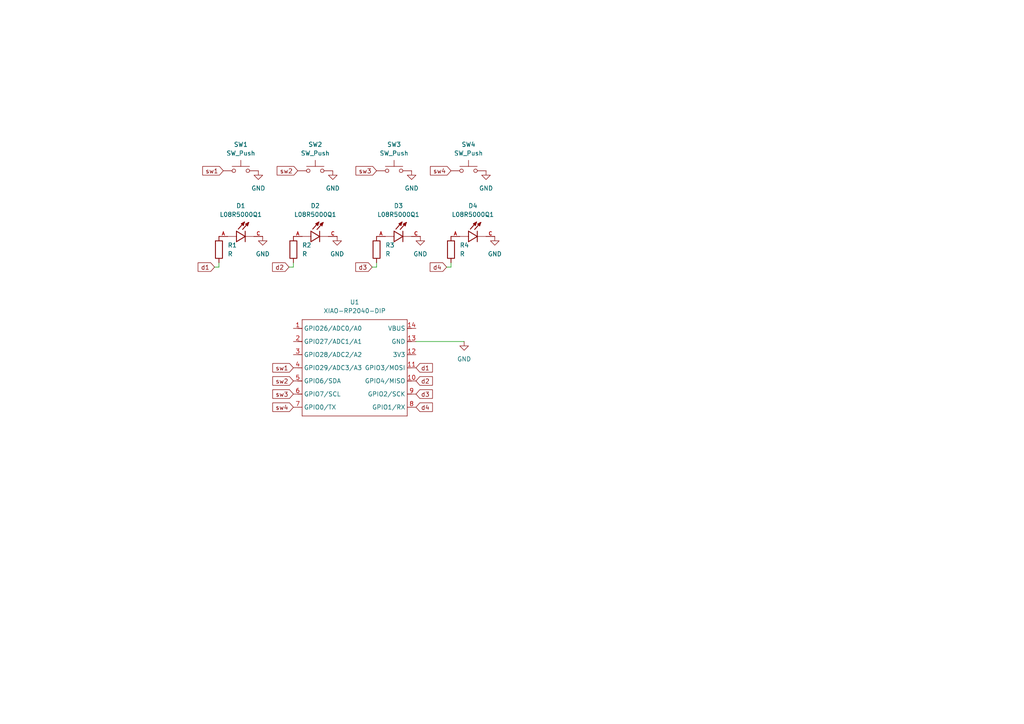
<source format=kicad_sch>
(kicad_sch
	(version 20250114)
	(generator "eeschema")
	(generator_version "9.0")
	(uuid "8a8c45ec-8710-49a5-9b71-97c5039cd702")
	(paper "A4")
	(lib_symbols
		(symbol "Device:R"
			(pin_numbers
				(hide yes)
			)
			(pin_names
				(offset 0)
			)
			(exclude_from_sim no)
			(in_bom yes)
			(on_board yes)
			(property "Reference" "R"
				(at 2.032 0 90)
				(effects
					(font
						(size 1.27 1.27)
					)
				)
			)
			(property "Value" "R"
				(at 0 0 90)
				(effects
					(font
						(size 1.27 1.27)
					)
				)
			)
			(property "Footprint" ""
				(at -1.778 0 90)
				(effects
					(font
						(size 1.27 1.27)
					)
					(hide yes)
				)
			)
			(property "Datasheet" "~"
				(at 0 0 0)
				(effects
					(font
						(size 1.27 1.27)
					)
					(hide yes)
				)
			)
			(property "Description" "Resistor"
				(at 0 0 0)
				(effects
					(font
						(size 1.27 1.27)
					)
					(hide yes)
				)
			)
			(property "ki_keywords" "R res resistor"
				(at 0 0 0)
				(effects
					(font
						(size 1.27 1.27)
					)
					(hide yes)
				)
			)
			(property "ki_fp_filters" "R_*"
				(at 0 0 0)
				(effects
					(font
						(size 1.27 1.27)
					)
					(hide yes)
				)
			)
			(symbol "R_0_1"
				(rectangle
					(start -1.016 -2.54)
					(end 1.016 2.54)
					(stroke
						(width 0.254)
						(type default)
					)
					(fill
						(type none)
					)
				)
			)
			(symbol "R_1_1"
				(pin passive line
					(at 0 3.81 270)
					(length 1.27)
					(name "~"
						(effects
							(font
								(size 1.27 1.27)
							)
						)
					)
					(number "1"
						(effects
							(font
								(size 1.27 1.27)
							)
						)
					)
				)
				(pin passive line
					(at 0 -3.81 90)
					(length 1.27)
					(name "~"
						(effects
							(font
								(size 1.27 1.27)
							)
						)
					)
					(number "2"
						(effects
							(font
								(size 1.27 1.27)
							)
						)
					)
				)
			)
			(embedded_fonts no)
		)
		(symbol "L08R5000Q1:L08R5000Q1"
			(pin_names
				(offset 1.016)
			)
			(exclude_from_sim no)
			(in_bom yes)
			(on_board yes)
			(property "Reference" "D"
				(at -3.0988 4.4958 0)
				(effects
					(font
						(size 1.27 1.27)
					)
					(justify left bottom)
				)
			)
			(property "Value" "L08R5000Q1"
				(at -3.556 -3.302 0)
				(effects
					(font
						(size 1.27 1.27)
					)
					(justify left bottom)
				)
			)
			(property "Footprint" "L08R5000Q1:LEDRD254W57D500H1070"
				(at 0 0 0)
				(effects
					(font
						(size 1.27 1.27)
					)
					(justify bottom)
					(hide yes)
				)
			)
			(property "Datasheet" ""
				(at 0 0 0)
				(effects
					(font
						(size 1.27 1.27)
					)
					(hide yes)
				)
			)
			(property "Description" ""
				(at 0 0 0)
				(effects
					(font
						(size 1.27 1.27)
					)
					(hide yes)
				)
			)
			(property "MF" "LED Technology"
				(at 0 0 0)
				(effects
					(font
						(size 1.27 1.27)
					)
					(justify bottom)
					(hide yes)
				)
			)
			(property "MAXIMUM_PACKAGE_HEIGHT" "10.7mm"
				(at 0 0 0)
				(effects
					(font
						(size 1.27 1.27)
					)
					(justify bottom)
					(hide yes)
				)
			)
			(property "Package" "None"
				(at 0 0 0)
				(effects
					(font
						(size 1.27 1.27)
					)
					(justify bottom)
					(hide yes)
				)
			)
			(property "Price" "None"
				(at 0 0 0)
				(effects
					(font
						(size 1.27 1.27)
					)
					(justify bottom)
					(hide yes)
				)
			)
			(property "Check_prices" "https://www.snapeda.com/parts/L08R5000Q1/LED+Technology/view-part/?ref=eda"
				(at 0 0 0)
				(effects
					(font
						(size 1.27 1.27)
					)
					(justify bottom)
					(hide yes)
				)
			)
			(property "STANDARD" "IPC-7351B"
				(at 0 0 0)
				(effects
					(font
						(size 1.27 1.27)
					)
					(justify bottom)
					(hide yes)
				)
			)
			(property "PARTREV" "NA"
				(at 0 0 0)
				(effects
					(font
						(size 1.27 1.27)
					)
					(justify bottom)
					(hide yes)
				)
			)
			(property "SnapEDA_Link" "https://www.snapeda.com/parts/L08R5000Q1/LED+Technology/view-part/?ref=snap"
				(at 0 0 0)
				(effects
					(font
						(size 1.27 1.27)
					)
					(justify bottom)
					(hide yes)
				)
			)
			(property "MP" "L08R5000Q1"
				(at 0 0 0)
				(effects
					(font
						(size 1.27 1.27)
					)
					(justify bottom)
					(hide yes)
				)
			)
			(property "Description_1" "LED, 5MM, ORANGE; LED / Lamp Size: 5mm / T-1 3/4; LED Colour: Orange; Typ Luminous Intensity: 4.3mcd; Viewing Angle: ..."
				(at 0 0 0)
				(effects
					(font
						(size 1.27 1.27)
					)
					(justify bottom)
					(hide yes)
				)
			)
			(property "Availability" "Not in stock"
				(at 0 0 0)
				(effects
					(font
						(size 1.27 1.27)
					)
					(justify bottom)
					(hide yes)
				)
			)
			(property "MANUFACTURER" "LED TECHNOLOGY"
				(at 0 0 0)
				(effects
					(font
						(size 1.27 1.27)
					)
					(justify bottom)
					(hide yes)
				)
			)
			(symbol "L08R5000Q1_0_0"
				(polyline
					(pts
						(xy -2.54 1.524) (xy -2.54 0)
					)
					(stroke
						(width 0.254)
						(type default)
					)
					(fill
						(type none)
					)
				)
				(polyline
					(pts
						(xy -2.54 0) (xy -5.08 0)
					)
					(stroke
						(width 0.1524)
						(type default)
					)
					(fill
						(type none)
					)
				)
				(polyline
					(pts
						(xy -2.54 0) (xy -2.54 -1.524)
					)
					(stroke
						(width 0.254)
						(type default)
					)
					(fill
						(type none)
					)
				)
				(polyline
					(pts
						(xy -2.54 -1.524) (xy 0 0)
					)
					(stroke
						(width 0.254)
						(type default)
					)
					(fill
						(type none)
					)
				)
				(polyline
					(pts
						(xy -1.1176 3.683) (xy -0.2286 4.1656)
					)
					(stroke
						(width 0.254)
						(type default)
					)
					(fill
						(type none)
					)
				)
				(polyline
					(pts
						(xy -0.9398 3.6068) (xy -0.7112 3.7592)
					)
					(stroke
						(width 0.254)
						(type default)
					)
					(fill
						(type none)
					)
				)
				(polyline
					(pts
						(xy -0.5588 3.2004) (xy -1.1176 3.683)
					)
					(stroke
						(width 0.254)
						(type default)
					)
					(fill
						(type none)
					)
				)
				(polyline
					(pts
						(xy -0.5588 3.2004) (xy -0.5334 3.937)
					)
					(stroke
						(width 0.254)
						(type default)
					)
					(fill
						(type none)
					)
				)
				(polyline
					(pts
						(xy -0.5334 3.937) (xy -0.6604 3.937)
					)
					(stroke
						(width 0.254)
						(type default)
					)
					(fill
						(type none)
					)
				)
				(polyline
					(pts
						(xy -0.2286 4.1656) (xy -2.0066 2.1336)
					)
					(stroke
						(width 0.254)
						(type default)
					)
					(fill
						(type none)
					)
				)
				(polyline
					(pts
						(xy -0.2286 4.1656) (xy -0.5588 3.2004)
					)
					(stroke
						(width 0.254)
						(type default)
					)
					(fill
						(type none)
					)
				)
				(polyline
					(pts
						(xy 0 1.524) (xy 0 0)
					)
					(stroke
						(width 0.254)
						(type default)
					)
					(fill
						(type none)
					)
				)
				(polyline
					(pts
						(xy 0 0) (xy -2.54 1.524)
					)
					(stroke
						(width 0.254)
						(type default)
					)
					(fill
						(type none)
					)
				)
				(polyline
					(pts
						(xy 0 0) (xy 0 -1.524)
					)
					(stroke
						(width 0.254)
						(type default)
					)
					(fill
						(type none)
					)
				)
				(polyline
					(pts
						(xy 0.127 3.5814) (xy 1.016 4.064)
					)
					(stroke
						(width 0.254)
						(type default)
					)
					(fill
						(type none)
					)
				)
				(polyline
					(pts
						(xy 0.3048 3.5052) (xy 0.5334 3.6576)
					)
					(stroke
						(width 0.254)
						(type default)
					)
					(fill
						(type none)
					)
				)
				(polyline
					(pts
						(xy 0.6858 3.0988) (xy 0.127 3.5814)
					)
					(stroke
						(width 0.254)
						(type default)
					)
					(fill
						(type none)
					)
				)
				(polyline
					(pts
						(xy 0.6858 3.0988) (xy 0.7112 3.8354)
					)
					(stroke
						(width 0.254)
						(type default)
					)
					(fill
						(type none)
					)
				)
				(polyline
					(pts
						(xy 0.7112 3.8354) (xy 0.5842 3.8354)
					)
					(stroke
						(width 0.254)
						(type default)
					)
					(fill
						(type none)
					)
				)
				(polyline
					(pts
						(xy 1.016 4.064) (xy -0.762 2.032)
					)
					(stroke
						(width 0.254)
						(type default)
					)
					(fill
						(type none)
					)
				)
				(polyline
					(pts
						(xy 1.016 4.064) (xy 0.6858 3.0988)
					)
					(stroke
						(width 0.254)
						(type default)
					)
					(fill
						(type none)
					)
				)
				(polyline
					(pts
						(xy 2.54 0) (xy 0 0)
					)
					(stroke
						(width 0.1524)
						(type default)
					)
					(fill
						(type none)
					)
				)
				(pin passive line
					(at -7.62 0 0)
					(length 2.54)
					(name "~"
						(effects
							(font
								(size 1.016 1.016)
							)
						)
					)
					(number "A"
						(effects
							(font
								(size 1.016 1.016)
							)
						)
					)
				)
				(pin passive line
					(at 5.08 0 180)
					(length 2.54)
					(name "~"
						(effects
							(font
								(size 1.016 1.016)
							)
						)
					)
					(number "C"
						(effects
							(font
								(size 1.016 1.016)
							)
						)
					)
				)
			)
			(embedded_fonts no)
		)
		(symbol "Seeed_Studio_XIAO_Series:XIAO-RP2040-DIP"
			(exclude_from_sim no)
			(in_bom yes)
			(on_board yes)
			(property "Reference" "U"
				(at 0 0 0)
				(effects
					(font
						(size 1.27 1.27)
					)
				)
			)
			(property "Value" "XIAO-RP2040-DIP"
				(at 5.334 -1.778 0)
				(effects
					(font
						(size 1.27 1.27)
					)
				)
			)
			(property "Footprint" "Module:MOUDLE14P-XIAO-DIP-SMD"
				(at 14.478 -32.258 0)
				(effects
					(font
						(size 1.27 1.27)
					)
					(hide yes)
				)
			)
			(property "Datasheet" ""
				(at 0 0 0)
				(effects
					(font
						(size 1.27 1.27)
					)
					(hide yes)
				)
			)
			(property "Description" ""
				(at 0 0 0)
				(effects
					(font
						(size 1.27 1.27)
					)
					(hide yes)
				)
			)
			(symbol "XIAO-RP2040-DIP_1_0"
				(polyline
					(pts
						(xy -1.27 -2.54) (xy 29.21 -2.54)
					)
					(stroke
						(width 0.1524)
						(type solid)
					)
					(fill
						(type none)
					)
				)
				(polyline
					(pts
						(xy -1.27 -5.08) (xy -2.54 -5.08)
					)
					(stroke
						(width 0.1524)
						(type solid)
					)
					(fill
						(type none)
					)
				)
				(polyline
					(pts
						(xy -1.27 -5.08) (xy -1.27 -2.54)
					)
					(stroke
						(width 0.1524)
						(type solid)
					)
					(fill
						(type none)
					)
				)
				(polyline
					(pts
						(xy -1.27 -8.89) (xy -2.54 -8.89)
					)
					(stroke
						(width 0.1524)
						(type solid)
					)
					(fill
						(type none)
					)
				)
				(polyline
					(pts
						(xy -1.27 -8.89) (xy -1.27 -5.08)
					)
					(stroke
						(width 0.1524)
						(type solid)
					)
					(fill
						(type none)
					)
				)
				(polyline
					(pts
						(xy -1.27 -12.7) (xy -2.54 -12.7)
					)
					(stroke
						(width 0.1524)
						(type solid)
					)
					(fill
						(type none)
					)
				)
				(polyline
					(pts
						(xy -1.27 -12.7) (xy -1.27 -8.89)
					)
					(stroke
						(width 0.1524)
						(type solid)
					)
					(fill
						(type none)
					)
				)
				(polyline
					(pts
						(xy -1.27 -16.51) (xy -2.54 -16.51)
					)
					(stroke
						(width 0.1524)
						(type solid)
					)
					(fill
						(type none)
					)
				)
				(polyline
					(pts
						(xy -1.27 -16.51) (xy -1.27 -12.7)
					)
					(stroke
						(width 0.1524)
						(type solid)
					)
					(fill
						(type none)
					)
				)
				(polyline
					(pts
						(xy -1.27 -20.32) (xy -2.54 -20.32)
					)
					(stroke
						(width 0.1524)
						(type solid)
					)
					(fill
						(type none)
					)
				)
				(polyline
					(pts
						(xy -1.27 -24.13) (xy -2.54 -24.13)
					)
					(stroke
						(width 0.1524)
						(type solid)
					)
					(fill
						(type none)
					)
				)
				(polyline
					(pts
						(xy -1.27 -27.94) (xy -2.54 -27.94)
					)
					(stroke
						(width 0.1524)
						(type solid)
					)
					(fill
						(type none)
					)
				)
				(polyline
					(pts
						(xy -1.27 -30.48) (xy -1.27 -16.51)
					)
					(stroke
						(width 0.1524)
						(type solid)
					)
					(fill
						(type none)
					)
				)
				(polyline
					(pts
						(xy 29.21 -2.54) (xy 29.21 -5.08)
					)
					(stroke
						(width 0.1524)
						(type solid)
					)
					(fill
						(type none)
					)
				)
				(polyline
					(pts
						(xy 29.21 -5.08) (xy 29.21 -8.89)
					)
					(stroke
						(width 0.1524)
						(type solid)
					)
					(fill
						(type none)
					)
				)
				(polyline
					(pts
						(xy 29.21 -8.89) (xy 29.21 -12.7)
					)
					(stroke
						(width 0.1524)
						(type solid)
					)
					(fill
						(type none)
					)
				)
				(polyline
					(pts
						(xy 29.21 -12.7) (xy 29.21 -30.48)
					)
					(stroke
						(width 0.1524)
						(type solid)
					)
					(fill
						(type none)
					)
				)
				(polyline
					(pts
						(xy 29.21 -30.48) (xy -1.27 -30.48)
					)
					(stroke
						(width 0.1524)
						(type solid)
					)
					(fill
						(type none)
					)
				)
				(polyline
					(pts
						(xy 30.48 -5.08) (xy 29.21 -5.08)
					)
					(stroke
						(width 0.1524)
						(type solid)
					)
					(fill
						(type none)
					)
				)
				(polyline
					(pts
						(xy 30.48 -8.89) (xy 29.21 -8.89)
					)
					(stroke
						(width 0.1524)
						(type solid)
					)
					(fill
						(type none)
					)
				)
				(polyline
					(pts
						(xy 30.48 -12.7) (xy 29.21 -12.7)
					)
					(stroke
						(width 0.1524)
						(type solid)
					)
					(fill
						(type none)
					)
				)
				(polyline
					(pts
						(xy 30.48 -16.51) (xy 29.21 -16.51)
					)
					(stroke
						(width 0.1524)
						(type solid)
					)
					(fill
						(type none)
					)
				)
				(polyline
					(pts
						(xy 30.48 -20.32) (xy 29.21 -20.32)
					)
					(stroke
						(width 0.1524)
						(type solid)
					)
					(fill
						(type none)
					)
				)
				(polyline
					(pts
						(xy 30.48 -24.13) (xy 29.21 -24.13)
					)
					(stroke
						(width 0.1524)
						(type solid)
					)
					(fill
						(type none)
					)
				)
				(polyline
					(pts
						(xy 30.48 -27.94) (xy 29.21 -27.94)
					)
					(stroke
						(width 0.1524)
						(type solid)
					)
					(fill
						(type none)
					)
				)
				(pin passive line
					(at -3.81 -5.08 0)
					(length 2.54)
					(name "GPIO26/ADC0/A0"
						(effects
							(font
								(size 1.27 1.27)
							)
						)
					)
					(number "1"
						(effects
							(font
								(size 1.27 1.27)
							)
						)
					)
				)
				(pin passive line
					(at -3.81 -8.89 0)
					(length 2.54)
					(name "GPIO27/ADC1/A1"
						(effects
							(font
								(size 1.27 1.27)
							)
						)
					)
					(number "2"
						(effects
							(font
								(size 1.27 1.27)
							)
						)
					)
				)
				(pin passive line
					(at -3.81 -12.7 0)
					(length 2.54)
					(name "GPIO28/ADC2/A2"
						(effects
							(font
								(size 1.27 1.27)
							)
						)
					)
					(number "3"
						(effects
							(font
								(size 1.27 1.27)
							)
						)
					)
				)
				(pin passive line
					(at -3.81 -16.51 0)
					(length 2.54)
					(name "GPIO29/ADC3/A3"
						(effects
							(font
								(size 1.27 1.27)
							)
						)
					)
					(number "4"
						(effects
							(font
								(size 1.27 1.27)
							)
						)
					)
				)
				(pin passive line
					(at -3.81 -20.32 0)
					(length 2.54)
					(name "GPIO6/SDA"
						(effects
							(font
								(size 1.27 1.27)
							)
						)
					)
					(number "5"
						(effects
							(font
								(size 1.27 1.27)
							)
						)
					)
				)
				(pin passive line
					(at -3.81 -24.13 0)
					(length 2.54)
					(name "GPIO7/SCL"
						(effects
							(font
								(size 1.27 1.27)
							)
						)
					)
					(number "6"
						(effects
							(font
								(size 1.27 1.27)
							)
						)
					)
				)
				(pin passive line
					(at -3.81 -27.94 0)
					(length 2.54)
					(name "GPIO0/TX"
						(effects
							(font
								(size 1.27 1.27)
							)
						)
					)
					(number "7"
						(effects
							(font
								(size 1.27 1.27)
							)
						)
					)
				)
				(pin passive line
					(at 31.75 -5.08 180)
					(length 2.54)
					(name "VBUS"
						(effects
							(font
								(size 1.27 1.27)
							)
						)
					)
					(number "14"
						(effects
							(font
								(size 1.27 1.27)
							)
						)
					)
				)
				(pin passive line
					(at 31.75 -8.89 180)
					(length 2.54)
					(name "GND"
						(effects
							(font
								(size 1.27 1.27)
							)
						)
					)
					(number "13"
						(effects
							(font
								(size 1.27 1.27)
							)
						)
					)
				)
				(pin passive line
					(at 31.75 -12.7 180)
					(length 2.54)
					(name "3V3"
						(effects
							(font
								(size 1.27 1.27)
							)
						)
					)
					(number "12"
						(effects
							(font
								(size 1.27 1.27)
							)
						)
					)
				)
				(pin passive line
					(at 31.75 -16.51 180)
					(length 2.54)
					(name "GPIO3/MOSI"
						(effects
							(font
								(size 1.27 1.27)
							)
						)
					)
					(number "11"
						(effects
							(font
								(size 1.27 1.27)
							)
						)
					)
				)
				(pin passive line
					(at 31.75 -20.32 180)
					(length 2.54)
					(name "GPIO4/MISO"
						(effects
							(font
								(size 1.27 1.27)
							)
						)
					)
					(number "10"
						(effects
							(font
								(size 1.27 1.27)
							)
						)
					)
				)
				(pin passive line
					(at 31.75 -24.13 180)
					(length 2.54)
					(name "GPIO2/SCK"
						(effects
							(font
								(size 1.27 1.27)
							)
						)
					)
					(number "9"
						(effects
							(font
								(size 1.27 1.27)
							)
						)
					)
				)
				(pin passive line
					(at 31.75 -27.94 180)
					(length 2.54)
					(name "GPIO1/RX"
						(effects
							(font
								(size 1.27 1.27)
							)
						)
					)
					(number "8"
						(effects
							(font
								(size 1.27 1.27)
							)
						)
					)
				)
			)
			(embedded_fonts no)
		)
		(symbol "Switch:SW_Push"
			(pin_numbers
				(hide yes)
			)
			(pin_names
				(offset 1.016)
				(hide yes)
			)
			(exclude_from_sim no)
			(in_bom yes)
			(on_board yes)
			(property "Reference" "SW"
				(at 1.27 2.54 0)
				(effects
					(font
						(size 1.27 1.27)
					)
					(justify left)
				)
			)
			(property "Value" "SW_Push"
				(at 0 -1.524 0)
				(effects
					(font
						(size 1.27 1.27)
					)
				)
			)
			(property "Footprint" ""
				(at 0 5.08 0)
				(effects
					(font
						(size 1.27 1.27)
					)
					(hide yes)
				)
			)
			(property "Datasheet" "~"
				(at 0 5.08 0)
				(effects
					(font
						(size 1.27 1.27)
					)
					(hide yes)
				)
			)
			(property "Description" "Push button switch, generic, two pins"
				(at 0 0 0)
				(effects
					(font
						(size 1.27 1.27)
					)
					(hide yes)
				)
			)
			(property "ki_keywords" "switch normally-open pushbutton push-button"
				(at 0 0 0)
				(effects
					(font
						(size 1.27 1.27)
					)
					(hide yes)
				)
			)
			(symbol "SW_Push_0_1"
				(circle
					(center -2.032 0)
					(radius 0.508)
					(stroke
						(width 0)
						(type default)
					)
					(fill
						(type none)
					)
				)
				(polyline
					(pts
						(xy 0 1.27) (xy 0 3.048)
					)
					(stroke
						(width 0)
						(type default)
					)
					(fill
						(type none)
					)
				)
				(circle
					(center 2.032 0)
					(radius 0.508)
					(stroke
						(width 0)
						(type default)
					)
					(fill
						(type none)
					)
				)
				(polyline
					(pts
						(xy 2.54 1.27) (xy -2.54 1.27)
					)
					(stroke
						(width 0)
						(type default)
					)
					(fill
						(type none)
					)
				)
				(pin passive line
					(at -5.08 0 0)
					(length 2.54)
					(name "1"
						(effects
							(font
								(size 1.27 1.27)
							)
						)
					)
					(number "1"
						(effects
							(font
								(size 1.27 1.27)
							)
						)
					)
				)
				(pin passive line
					(at 5.08 0 180)
					(length 2.54)
					(name "2"
						(effects
							(font
								(size 1.27 1.27)
							)
						)
					)
					(number "2"
						(effects
							(font
								(size 1.27 1.27)
							)
						)
					)
				)
			)
			(embedded_fonts no)
		)
		(symbol "power:GND"
			(power)
			(pin_numbers
				(hide yes)
			)
			(pin_names
				(offset 0)
				(hide yes)
			)
			(exclude_from_sim no)
			(in_bom yes)
			(on_board yes)
			(property "Reference" "#PWR"
				(at 0 -6.35 0)
				(effects
					(font
						(size 1.27 1.27)
					)
					(hide yes)
				)
			)
			(property "Value" "GND"
				(at 0 -3.81 0)
				(effects
					(font
						(size 1.27 1.27)
					)
				)
			)
			(property "Footprint" ""
				(at 0 0 0)
				(effects
					(font
						(size 1.27 1.27)
					)
					(hide yes)
				)
			)
			(property "Datasheet" ""
				(at 0 0 0)
				(effects
					(font
						(size 1.27 1.27)
					)
					(hide yes)
				)
			)
			(property "Description" "Power symbol creates a global label with name \"GND\" , ground"
				(at 0 0 0)
				(effects
					(font
						(size 1.27 1.27)
					)
					(hide yes)
				)
			)
			(property "ki_keywords" "global power"
				(at 0 0 0)
				(effects
					(font
						(size 1.27 1.27)
					)
					(hide yes)
				)
			)
			(symbol "GND_0_1"
				(polyline
					(pts
						(xy 0 0) (xy 0 -1.27) (xy 1.27 -1.27) (xy 0 -2.54) (xy -1.27 -1.27) (xy 0 -1.27)
					)
					(stroke
						(width 0)
						(type default)
					)
					(fill
						(type none)
					)
				)
			)
			(symbol "GND_1_1"
				(pin power_in line
					(at 0 0 270)
					(length 0)
					(name "~"
						(effects
							(font
								(size 1.27 1.27)
							)
						)
					)
					(number "1"
						(effects
							(font
								(size 1.27 1.27)
							)
						)
					)
				)
			)
			(embedded_fonts no)
		)
	)
	(wire
		(pts
			(xy 130.81 76.2) (xy 130.81 77.47)
		)
		(stroke
			(width 0)
			(type default)
		)
		(uuid "2343b17a-4d6f-425e-8ef0-545d24b38db8")
	)
	(wire
		(pts
			(xy 63.5 77.47) (xy 63.5 76.2)
		)
		(stroke
			(width 0)
			(type default)
		)
		(uuid "281e3e1f-2b74-414e-8cdc-9b6beb8b9088")
	)
	(wire
		(pts
			(xy 130.81 77.47) (xy 129.54 77.47)
		)
		(stroke
			(width 0)
			(type default)
		)
		(uuid "69c91181-de9e-4ebd-82d0-d93e3bf9e1dd")
	)
	(wire
		(pts
			(xy 62.23 77.47) (xy 63.5 77.47)
		)
		(stroke
			(width 0)
			(type default)
		)
		(uuid "7781acf4-25fd-48fd-aa32-ebaf5763fcb5")
	)
	(wire
		(pts
			(xy 85.09 76.2) (xy 85.09 77.47)
		)
		(stroke
			(width 0)
			(type default)
		)
		(uuid "8135e121-0488-4161-ad73-9c7363bed430")
	)
	(wire
		(pts
			(xy 109.22 77.47) (xy 107.95 77.47)
		)
		(stroke
			(width 0)
			(type default)
		)
		(uuid "85bba5b0-6fae-4fef-abaa-dfc2a84d887e")
	)
	(wire
		(pts
			(xy 85.09 77.47) (xy 83.82 77.47)
		)
		(stroke
			(width 0)
			(type default)
		)
		(uuid "88a4f402-8032-49dd-b211-e79786227a13")
	)
	(wire
		(pts
			(xy 109.22 76.2) (xy 109.22 77.47)
		)
		(stroke
			(width 0)
			(type default)
		)
		(uuid "a89b92b5-75a0-44e7-9995-1c3ee49cf149")
	)
	(wire
		(pts
			(xy 120.65 99.06) (xy 134.62 99.06)
		)
		(stroke
			(width 0)
			(type default)
		)
		(uuid "f83c5477-2cf2-425b-8241-c8495a8abf45")
	)
	(global_label "sw4"
		(shape input)
		(at 85.09 118.11 180)
		(fields_autoplaced yes)
		(effects
			(font
				(size 1.27 1.27)
			)
			(justify right)
		)
		(uuid "2a742ff2-1030-4660-94f3-ea98194f275b")
		(property "Intersheetrefs" "${INTERSHEET_REFS}"
			(at 78.5367 118.11 0)
			(effects
				(font
					(size 1.27 1.27)
				)
				(justify right)
				(hide yes)
			)
		)
	)
	(global_label "sw2"
		(shape input)
		(at 85.09 110.49 180)
		(fields_autoplaced yes)
		(effects
			(font
				(size 1.27 1.27)
			)
			(justify right)
		)
		(uuid "322bcff0-53a2-4bac-9479-6bece13cbf5a")
		(property "Intersheetrefs" "${INTERSHEET_REFS}"
			(at 78.5367 110.49 0)
			(effects
				(font
					(size 1.27 1.27)
				)
				(justify right)
				(hide yes)
			)
		)
	)
	(global_label "d3"
		(shape input)
		(at 120.65 114.3 0)
		(fields_autoplaced yes)
		(effects
			(font
				(size 1.27 1.27)
			)
			(justify left)
		)
		(uuid "52f2f782-f7fe-4394-a228-5b48efa4683b")
		(property "Intersheetrefs" "${INTERSHEET_REFS}"
			(at 125.9937 114.3 0)
			(effects
				(font
					(size 1.27 1.27)
				)
				(justify left)
				(hide yes)
			)
		)
	)
	(global_label "d3"
		(shape input)
		(at 107.95 77.47 180)
		(fields_autoplaced yes)
		(effects
			(font
				(size 1.27 1.27)
			)
			(justify right)
		)
		(uuid "609c438a-953c-4dae-8a71-e23c9ddc44bf")
		(property "Intersheetrefs" "${INTERSHEET_REFS}"
			(at 102.6063 77.47 0)
			(effects
				(font
					(size 1.27 1.27)
				)
				(justify right)
				(hide yes)
			)
		)
	)
	(global_label "d4"
		(shape input)
		(at 120.65 118.11 0)
		(fields_autoplaced yes)
		(effects
			(font
				(size 1.27 1.27)
			)
			(justify left)
		)
		(uuid "75c75ce1-a209-4e1a-a298-e79f25d98235")
		(property "Intersheetrefs" "${INTERSHEET_REFS}"
			(at 125.9937 118.11 0)
			(effects
				(font
					(size 1.27 1.27)
				)
				(justify left)
				(hide yes)
			)
		)
	)
	(global_label "sw1"
		(shape input)
		(at 64.77 49.53 180)
		(fields_autoplaced yes)
		(effects
			(font
				(size 1.27 1.27)
			)
			(justify right)
		)
		(uuid "7982abf5-f3cc-4a27-a355-39eefdb30e88")
		(property "Intersheetrefs" "${INTERSHEET_REFS}"
			(at 58.2167 49.53 0)
			(effects
				(font
					(size 1.27 1.27)
				)
				(justify right)
				(hide yes)
			)
		)
	)
	(global_label "sw4"
		(shape input)
		(at 130.81 49.53 180)
		(fields_autoplaced yes)
		(effects
			(font
				(size 1.27 1.27)
			)
			(justify right)
		)
		(uuid "98505811-10de-42d3-aeda-5184b3b76e3a")
		(property "Intersheetrefs" "${INTERSHEET_REFS}"
			(at 124.2567 49.53 0)
			(effects
				(font
					(size 1.27 1.27)
				)
				(justify right)
				(hide yes)
			)
		)
	)
	(global_label "sw2"
		(shape input)
		(at 86.36 49.53 180)
		(fields_autoplaced yes)
		(effects
			(font
				(size 1.27 1.27)
			)
			(justify right)
		)
		(uuid "9d7f246a-a029-4414-8de6-422aa0e63c2a")
		(property "Intersheetrefs" "${INTERSHEET_REFS}"
			(at 79.8067 49.53 0)
			(effects
				(font
					(size 1.27 1.27)
				)
				(justify right)
				(hide yes)
			)
		)
	)
	(global_label "sw1"
		(shape input)
		(at 85.09 106.68 180)
		(fields_autoplaced yes)
		(effects
			(font
				(size 1.27 1.27)
			)
			(justify right)
		)
		(uuid "b8cc431a-a31f-47f0-becf-42156776bb0e")
		(property "Intersheetrefs" "${INTERSHEET_REFS}"
			(at 78.5367 106.68 0)
			(effects
				(font
					(size 1.27 1.27)
				)
				(justify right)
				(hide yes)
			)
		)
	)
	(global_label "d1"
		(shape input)
		(at 120.65 106.68 0)
		(fields_autoplaced yes)
		(effects
			(font
				(size 1.27 1.27)
			)
			(justify left)
		)
		(uuid "b91c1bec-782d-4c5e-942d-bb13d259c82f")
		(property "Intersheetrefs" "${INTERSHEET_REFS}"
			(at 125.9937 106.68 0)
			(effects
				(font
					(size 1.27 1.27)
				)
				(justify left)
				(hide yes)
			)
		)
	)
	(global_label "d1"
		(shape input)
		(at 62.23 77.47 180)
		(fields_autoplaced yes)
		(effects
			(font
				(size 1.27 1.27)
			)
			(justify right)
		)
		(uuid "d69ecad6-beae-4066-9008-91c0621455c7")
		(property "Intersheetrefs" "${INTERSHEET_REFS}"
			(at 56.8863 77.47 0)
			(effects
				(font
					(size 1.27 1.27)
				)
				(justify right)
				(hide yes)
			)
		)
	)
	(global_label "sw3"
		(shape input)
		(at 109.22 49.53 180)
		(fields_autoplaced yes)
		(effects
			(font
				(size 1.27 1.27)
			)
			(justify right)
		)
		(uuid "d6ad2f22-9200-4cae-9206-942240b547ac")
		(property "Intersheetrefs" "${INTERSHEET_REFS}"
			(at 102.6667 49.53 0)
			(effects
				(font
					(size 1.27 1.27)
				)
				(justify right)
				(hide yes)
			)
		)
	)
	(global_label "d4"
		(shape input)
		(at 129.54 77.47 180)
		(fields_autoplaced yes)
		(effects
			(font
				(size 1.27 1.27)
			)
			(justify right)
		)
		(uuid "de271880-b651-4a93-9ab3-a311fb129b32")
		(property "Intersheetrefs" "${INTERSHEET_REFS}"
			(at 124.1963 77.47 0)
			(effects
				(font
					(size 1.27 1.27)
				)
				(justify right)
				(hide yes)
			)
		)
	)
	(global_label "d2"
		(shape input)
		(at 83.82 77.47 180)
		(fields_autoplaced yes)
		(effects
			(font
				(size 1.27 1.27)
			)
			(justify right)
		)
		(uuid "e8579144-8e79-4e8b-b8db-1b6b14578d62")
		(property "Intersheetrefs" "${INTERSHEET_REFS}"
			(at 78.4763 77.47 0)
			(effects
				(font
					(size 1.27 1.27)
				)
				(justify right)
				(hide yes)
			)
		)
	)
	(global_label "d2"
		(shape input)
		(at 120.65 110.49 0)
		(fields_autoplaced yes)
		(effects
			(font
				(size 1.27 1.27)
			)
			(justify left)
		)
		(uuid "f7e05205-fdc6-4235-b1d4-49efc464fbdd")
		(property "Intersheetrefs" "${INTERSHEET_REFS}"
			(at 125.9937 110.49 0)
			(effects
				(font
					(size 1.27 1.27)
				)
				(justify left)
				(hide yes)
			)
		)
	)
	(global_label "sw3"
		(shape input)
		(at 85.09 114.3 180)
		(fields_autoplaced yes)
		(effects
			(font
				(size 1.27 1.27)
			)
			(justify right)
		)
		(uuid "fa1cb607-43f0-4860-9485-4786b90b668d")
		(property "Intersheetrefs" "${INTERSHEET_REFS}"
			(at 78.5367 114.3 0)
			(effects
				(font
					(size 1.27 1.27)
				)
				(justify right)
				(hide yes)
			)
		)
	)
	(symbol
		(lib_id "Switch:SW_Push")
		(at 135.89 49.53 0)
		(unit 1)
		(exclude_from_sim no)
		(in_bom yes)
		(on_board yes)
		(dnp no)
		(fields_autoplaced yes)
		(uuid "050daf09-8dc7-41ef-b630-fcdb0b6cdf5c")
		(property "Reference" "SW4"
			(at 135.89 41.91 0)
			(effects
				(font
					(size 1.27 1.27)
				)
			)
		)
		(property "Value" "SW_Push"
			(at 135.89 44.45 0)
			(effects
				(font
					(size 1.27 1.27)
				)
			)
		)
		(property "Footprint" ""
			(at 135.89 44.45 0)
			(effects
				(font
					(size 1.27 1.27)
				)
				(hide yes)
			)
		)
		(property "Datasheet" "~"
			(at 135.89 44.45 0)
			(effects
				(font
					(size 1.27 1.27)
				)
				(hide yes)
			)
		)
		(property "Description" "Push button switch, generic, two pins"
			(at 135.89 49.53 0)
			(effects
				(font
					(size 1.27 1.27)
				)
				(hide yes)
			)
		)
		(pin "1"
			(uuid "3254a111-226d-4386-8c66-7686cf70ea4f")
		)
		(pin "2"
			(uuid "fc4a23fb-c113-40fe-8204-f9e600cf0560")
		)
		(instances
			(project "keyfrick"
				(path "/8a8c45ec-8710-49a5-9b71-97c5039cd702"
					(reference "SW4")
					(unit 1)
				)
			)
		)
	)
	(symbol
		(lib_id "power:GND")
		(at 143.51 68.58 0)
		(unit 1)
		(exclude_from_sim no)
		(in_bom yes)
		(on_board yes)
		(dnp no)
		(fields_autoplaced yes)
		(uuid "0e9a6d33-fcae-47e6-aed4-c850015e8be1")
		(property "Reference" "#PWR08"
			(at 143.51 74.93 0)
			(effects
				(font
					(size 1.27 1.27)
				)
				(hide yes)
			)
		)
		(property "Value" "GND"
			(at 143.51 73.66 0)
			(effects
				(font
					(size 1.27 1.27)
				)
			)
		)
		(property "Footprint" ""
			(at 143.51 68.58 0)
			(effects
				(font
					(size 1.27 1.27)
				)
				(hide yes)
			)
		)
		(property "Datasheet" ""
			(at 143.51 68.58 0)
			(effects
				(font
					(size 1.27 1.27)
				)
				(hide yes)
			)
		)
		(property "Description" "Power symbol creates a global label with name \"GND\" , ground"
			(at 143.51 68.58 0)
			(effects
				(font
					(size 1.27 1.27)
				)
				(hide yes)
			)
		)
		(pin "1"
			(uuid "d420973b-fbd0-4fc0-8656-4768d2f08a30")
		)
		(instances
			(project "keyfrick"
				(path "/8a8c45ec-8710-49a5-9b71-97c5039cd702"
					(reference "#PWR08")
					(unit 1)
				)
			)
		)
	)
	(symbol
		(lib_id "Device:R")
		(at 85.09 72.39 0)
		(unit 1)
		(exclude_from_sim no)
		(in_bom yes)
		(on_board yes)
		(dnp no)
		(fields_autoplaced yes)
		(uuid "10b73bd9-a290-490a-8a3e-8869cb10ce7e")
		(property "Reference" "R2"
			(at 87.63 71.1199 0)
			(effects
				(font
					(size 1.27 1.27)
				)
				(justify left)
			)
		)
		(property "Value" "R"
			(at 87.63 73.6599 0)
			(effects
				(font
					(size 1.27 1.27)
				)
				(justify left)
			)
		)
		(property "Footprint" ""
			(at 83.312 72.39 90)
			(effects
				(font
					(size 1.27 1.27)
				)
				(hide yes)
			)
		)
		(property "Datasheet" "~"
			(at 85.09 72.39 0)
			(effects
				(font
					(size 1.27 1.27)
				)
				(hide yes)
			)
		)
		(property "Description" "Resistor"
			(at 85.09 72.39 0)
			(effects
				(font
					(size 1.27 1.27)
				)
				(hide yes)
			)
		)
		(pin "2"
			(uuid "a09e980e-ddc3-4062-b6c2-32ef9c84a5ce")
		)
		(pin "1"
			(uuid "7b4f1bb9-aadf-45a9-b172-1e553b0d8a19")
		)
		(instances
			(project "keyfrick"
				(path "/8a8c45ec-8710-49a5-9b71-97c5039cd702"
					(reference "R2")
					(unit 1)
				)
			)
		)
	)
	(symbol
		(lib_id "Seeed_Studio_XIAO_Series:XIAO-RP2040-DIP")
		(at 88.9 90.17 0)
		(unit 1)
		(exclude_from_sim no)
		(in_bom yes)
		(on_board yes)
		(dnp no)
		(fields_autoplaced yes)
		(uuid "1b3ef963-cf0a-456a-9b6a-0a13c576c7e0")
		(property "Reference" "U1"
			(at 102.87 87.63 0)
			(effects
				(font
					(size 1.27 1.27)
				)
			)
		)
		(property "Value" "XIAO-RP2040-DIP"
			(at 102.87 90.17 0)
			(effects
				(font
					(size 1.27 1.27)
				)
			)
		)
		(property "Footprint" "Module:MOUDLE14P-XIAO-DIP-SMD"
			(at 103.378 122.428 0)
			(effects
				(font
					(size 1.27 1.27)
				)
				(hide yes)
			)
		)
		(property "Datasheet" ""
			(at 88.9 90.17 0)
			(effects
				(font
					(size 1.27 1.27)
				)
				(hide yes)
			)
		)
		(property "Description" ""
			(at 88.9 90.17 0)
			(effects
				(font
					(size 1.27 1.27)
				)
				(hide yes)
			)
		)
		(pin "11"
			(uuid "0fce3ed4-be4c-4526-bdf1-7e97a34d4d9e")
		)
		(pin "8"
			(uuid "003684dd-e602-42b8-9f06-83d6b9db50b5")
		)
		(pin "6"
			(uuid "e5fa7744-88a7-4801-bca1-26c59090fa76")
		)
		(pin "9"
			(uuid "a75accd4-3be8-4cda-8e24-ff049ac3b748")
		)
		(pin "12"
			(uuid "46e186cb-c87d-44fc-80e4-bb963817da71")
		)
		(pin "5"
			(uuid "5d4cce82-4d49-44a1-9975-c3c12d47c213")
		)
		(pin "3"
			(uuid "3e127560-7267-49ee-bc46-d92a9e6c1113")
		)
		(pin "1"
			(uuid "662d496a-1c56-498e-944c-de96499084b6")
		)
		(pin "14"
			(uuid "a6b7c1f3-bfa5-490c-a9a2-12aae028bb01")
		)
		(pin "13"
			(uuid "67bac676-23df-4c5b-a5d1-5b111eb2f5ae")
		)
		(pin "2"
			(uuid "9c0b4035-388d-493c-9e4e-ddb56ed9ceff")
		)
		(pin "7"
			(uuid "659b001d-1005-4c23-a9eb-bea967360b21")
		)
		(pin "4"
			(uuid "b5bf3338-b0fe-4eed-bdbc-f956dc08bd74")
		)
		(pin "10"
			(uuid "e8adba00-cd9d-420b-8f2b-d64db594a90e")
		)
		(instances
			(project ""
				(path "/8a8c45ec-8710-49a5-9b71-97c5039cd702"
					(reference "U1")
					(unit 1)
				)
			)
		)
	)
	(symbol
		(lib_id "Switch:SW_Push")
		(at 91.44 49.53 0)
		(unit 1)
		(exclude_from_sim no)
		(in_bom yes)
		(on_board yes)
		(dnp no)
		(fields_autoplaced yes)
		(uuid "3be2115e-a36e-4bc5-b542-907288a6bb1f")
		(property "Reference" "SW2"
			(at 91.44 41.91 0)
			(effects
				(font
					(size 1.27 1.27)
				)
			)
		)
		(property "Value" "SW_Push"
			(at 91.44 44.45 0)
			(effects
				(font
					(size 1.27 1.27)
				)
			)
		)
		(property "Footprint" ""
			(at 91.44 44.45 0)
			(effects
				(font
					(size 1.27 1.27)
				)
				(hide yes)
			)
		)
		(property "Datasheet" "~"
			(at 91.44 44.45 0)
			(effects
				(font
					(size 1.27 1.27)
				)
				(hide yes)
			)
		)
		(property "Description" "Push button switch, generic, two pins"
			(at 91.44 49.53 0)
			(effects
				(font
					(size 1.27 1.27)
				)
				(hide yes)
			)
		)
		(pin "2"
			(uuid "2ca1d760-95b9-4808-a7f5-77e1cc1b5902")
		)
		(pin "1"
			(uuid "68a7084c-8d74-4c36-90ef-7f150d9b010c")
		)
		(instances
			(project ""
				(path "/8a8c45ec-8710-49a5-9b71-97c5039cd702"
					(reference "SW2")
					(unit 1)
				)
			)
		)
	)
	(symbol
		(lib_id "Switch:SW_Push")
		(at 114.3 49.53 0)
		(unit 1)
		(exclude_from_sim no)
		(in_bom yes)
		(on_board yes)
		(dnp no)
		(fields_autoplaced yes)
		(uuid "432b3be8-cb8e-4a1c-9333-66b5e1e2679b")
		(property "Reference" "SW3"
			(at 114.3 41.91 0)
			(effects
				(font
					(size 1.27 1.27)
				)
			)
		)
		(property "Value" "SW_Push"
			(at 114.3 44.45 0)
			(effects
				(font
					(size 1.27 1.27)
				)
			)
		)
		(property "Footprint" ""
			(at 114.3 44.45 0)
			(effects
				(font
					(size 1.27 1.27)
				)
				(hide yes)
			)
		)
		(property "Datasheet" "~"
			(at 114.3 44.45 0)
			(effects
				(font
					(size 1.27 1.27)
				)
				(hide yes)
			)
		)
		(property "Description" "Push button switch, generic, two pins"
			(at 114.3 49.53 0)
			(effects
				(font
					(size 1.27 1.27)
				)
				(hide yes)
			)
		)
		(pin "1"
			(uuid "1b08454d-2568-4d1e-a412-d903c97c904f")
		)
		(pin "2"
			(uuid "ba68bcc2-4e3f-409b-ad8b-133962fa6dc9")
		)
		(instances
			(project "keyfrick"
				(path "/8a8c45ec-8710-49a5-9b71-97c5039cd702"
					(reference "SW3")
					(unit 1)
				)
			)
		)
	)
	(symbol
		(lib_id "L08R5000Q1:L08R5000Q1")
		(at 116.84 68.58 0)
		(unit 1)
		(exclude_from_sim no)
		(in_bom yes)
		(on_board yes)
		(dnp no)
		(fields_autoplaced yes)
		(uuid "69f65424-7243-4d53-aba6-a888704103ea")
		(property "Reference" "D3"
			(at 115.57 59.69 0)
			(effects
				(font
					(size 1.27 1.27)
				)
			)
		)
		(property "Value" "L08R5000Q1"
			(at 115.57 62.23 0)
			(effects
				(font
					(size 1.27 1.27)
				)
			)
		)
		(property "Footprint" "L08R5000Q1:LEDRD254W57D500H1070"
			(at 116.84 68.58 0)
			(effects
				(font
					(size 1.27 1.27)
				)
				(justify bottom)
				(hide yes)
			)
		)
		(property "Datasheet" ""
			(at 116.84 68.58 0)
			(effects
				(font
					(size 1.27 1.27)
				)
				(hide yes)
			)
		)
		(property "Description" ""
			(at 116.84 68.58 0)
			(effects
				(font
					(size 1.27 1.27)
				)
				(hide yes)
			)
		)
		(property "MF" "LED Technology"
			(at 116.84 68.58 0)
			(effects
				(font
					(size 1.27 1.27)
				)
				(justify bottom)
				(hide yes)
			)
		)
		(property "MAXIMUM_PACKAGE_HEIGHT" "10.7mm"
			(at 116.84 68.58 0)
			(effects
				(font
					(size 1.27 1.27)
				)
				(justify bottom)
				(hide yes)
			)
		)
		(property "Package" "None"
			(at 116.84 68.58 0)
			(effects
				(font
					(size 1.27 1.27)
				)
				(justify bottom)
				(hide yes)
			)
		)
		(property "Price" "None"
			(at 116.84 68.58 0)
			(effects
				(font
					(size 1.27 1.27)
				)
				(justify bottom)
				(hide yes)
			)
		)
		(property "Check_prices" "https://www.snapeda.com/parts/L08R5000Q1/LED+Technology/view-part/?ref=eda"
			(at 116.84 68.58 0)
			(effects
				(font
					(size 1.27 1.27)
				)
				(justify bottom)
				(hide yes)
			)
		)
		(property "STANDARD" "IPC-7351B"
			(at 116.84 68.58 0)
			(effects
				(font
					(size 1.27 1.27)
				)
				(justify bottom)
				(hide yes)
			)
		)
		(property "PARTREV" "NA"
			(at 116.84 68.58 0)
			(effects
				(font
					(size 1.27 1.27)
				)
				(justify bottom)
				(hide yes)
			)
		)
		(property "SnapEDA_Link" "https://www.snapeda.com/parts/L08R5000Q1/LED+Technology/view-part/?ref=snap"
			(at 116.84 68.58 0)
			(effects
				(font
					(size 1.27 1.27)
				)
				(justify bottom)
				(hide yes)
			)
		)
		(property "MP" "L08R5000Q1"
			(at 116.84 68.58 0)
			(effects
				(font
					(size 1.27 1.27)
				)
				(justify bottom)
				(hide yes)
			)
		)
		(property "Description_1" "LED, 5MM, ORANGE; LED / Lamp Size: 5mm / T-1 3/4; LED Colour: Orange; Typ Luminous Intensity: 4.3mcd; Viewing Angle: ..."
			(at 116.84 68.58 0)
			(effects
				(font
					(size 1.27 1.27)
				)
				(justify bottom)
				(hide yes)
			)
		)
		(property "Availability" "Not in stock"
			(at 116.84 68.58 0)
			(effects
				(font
					(size 1.27 1.27)
				)
				(justify bottom)
				(hide yes)
			)
		)
		(property "MANUFACTURER" "LED TECHNOLOGY"
			(at 116.84 68.58 0)
			(effects
				(font
					(size 1.27 1.27)
				)
				(justify bottom)
				(hide yes)
			)
		)
		(pin "C"
			(uuid "c8601c7b-d820-4580-ae30-0c17f32e2ede")
		)
		(pin "A"
			(uuid "dd06b177-f879-4fe6-939d-585791047802")
		)
		(instances
			(project "keyfrick"
				(path "/8a8c45ec-8710-49a5-9b71-97c5039cd702"
					(reference "D3")
					(unit 1)
				)
			)
		)
	)
	(symbol
		(lib_id "power:GND")
		(at 74.93 49.53 0)
		(unit 1)
		(exclude_from_sim no)
		(in_bom yes)
		(on_board yes)
		(dnp no)
		(fields_autoplaced yes)
		(uuid "755067cc-54af-448a-addc-ed7e9863be03")
		(property "Reference" "#PWR01"
			(at 74.93 55.88 0)
			(effects
				(font
					(size 1.27 1.27)
				)
				(hide yes)
			)
		)
		(property "Value" "GND"
			(at 74.93 54.61 0)
			(effects
				(font
					(size 1.27 1.27)
				)
			)
		)
		(property "Footprint" ""
			(at 74.93 49.53 0)
			(effects
				(font
					(size 1.27 1.27)
				)
				(hide yes)
			)
		)
		(property "Datasheet" ""
			(at 74.93 49.53 0)
			(effects
				(font
					(size 1.27 1.27)
				)
				(hide yes)
			)
		)
		(property "Description" "Power symbol creates a global label with name \"GND\" , ground"
			(at 74.93 49.53 0)
			(effects
				(font
					(size 1.27 1.27)
				)
				(hide yes)
			)
		)
		(pin "1"
			(uuid "589a342e-6a53-4fb2-84e9-ef15a3ca8d24")
		)
		(instances
			(project ""
				(path "/8a8c45ec-8710-49a5-9b71-97c5039cd702"
					(reference "#PWR01")
					(unit 1)
				)
			)
		)
	)
	(symbol
		(lib_id "L08R5000Q1:L08R5000Q1")
		(at 71.12 68.58 0)
		(unit 1)
		(exclude_from_sim no)
		(in_bom yes)
		(on_board yes)
		(dnp no)
		(fields_autoplaced yes)
		(uuid "7b564105-68b0-4030-add2-33c23fb156c6")
		(property "Reference" "D1"
			(at 69.85 59.69 0)
			(effects
				(font
					(size 1.27 1.27)
				)
			)
		)
		(property "Value" "L08R5000Q1"
			(at 69.85 62.23 0)
			(effects
				(font
					(size 1.27 1.27)
				)
			)
		)
		(property "Footprint" "L08R5000Q1:LEDRD254W57D500H1070"
			(at 71.12 68.58 0)
			(effects
				(font
					(size 1.27 1.27)
				)
				(justify bottom)
				(hide yes)
			)
		)
		(property "Datasheet" ""
			(at 71.12 68.58 0)
			(effects
				(font
					(size 1.27 1.27)
				)
				(hide yes)
			)
		)
		(property "Description" ""
			(at 71.12 68.58 0)
			(effects
				(font
					(size 1.27 1.27)
				)
				(hide yes)
			)
		)
		(property "MF" "LED Technology"
			(at 71.12 68.58 0)
			(effects
				(font
					(size 1.27 1.27)
				)
				(justify bottom)
				(hide yes)
			)
		)
		(property "MAXIMUM_PACKAGE_HEIGHT" "10.7mm"
			(at 71.12 68.58 0)
			(effects
				(font
					(size 1.27 1.27)
				)
				(justify bottom)
				(hide yes)
			)
		)
		(property "Package" "None"
			(at 71.12 68.58 0)
			(effects
				(font
					(size 1.27 1.27)
				)
				(justify bottom)
				(hide yes)
			)
		)
		(property "Price" "None"
			(at 71.12 68.58 0)
			(effects
				(font
					(size 1.27 1.27)
				)
				(justify bottom)
				(hide yes)
			)
		)
		(property "Check_prices" "https://www.snapeda.com/parts/L08R5000Q1/LED+Technology/view-part/?ref=eda"
			(at 71.12 68.58 0)
			(effects
				(font
					(size 1.27 1.27)
				)
				(justify bottom)
				(hide yes)
			)
		)
		(property "STANDARD" "IPC-7351B"
			(at 71.12 68.58 0)
			(effects
				(font
					(size 1.27 1.27)
				)
				(justify bottom)
				(hide yes)
			)
		)
		(property "PARTREV" "NA"
			(at 71.12 68.58 0)
			(effects
				(font
					(size 1.27 1.27)
				)
				(justify bottom)
				(hide yes)
			)
		)
		(property "SnapEDA_Link" "https://www.snapeda.com/parts/L08R5000Q1/LED+Technology/view-part/?ref=snap"
			(at 71.12 68.58 0)
			(effects
				(font
					(size 1.27 1.27)
				)
				(justify bottom)
				(hide yes)
			)
		)
		(property "MP" "L08R5000Q1"
			(at 71.12 68.58 0)
			(effects
				(font
					(size 1.27 1.27)
				)
				(justify bottom)
				(hide yes)
			)
		)
		(property "Description_1" "LED, 5MM, ORANGE; LED / Lamp Size: 5mm / T-1 3/4; LED Colour: Orange; Typ Luminous Intensity: 4.3mcd; Viewing Angle: ..."
			(at 71.12 68.58 0)
			(effects
				(font
					(size 1.27 1.27)
				)
				(justify bottom)
				(hide yes)
			)
		)
		(property "Availability" "Not in stock"
			(at 71.12 68.58 0)
			(effects
				(font
					(size 1.27 1.27)
				)
				(justify bottom)
				(hide yes)
			)
		)
		(property "MANUFACTURER" "LED TECHNOLOGY"
			(at 71.12 68.58 0)
			(effects
				(font
					(size 1.27 1.27)
				)
				(justify bottom)
				(hide yes)
			)
		)
		(pin "C"
			(uuid "0dfb47bb-4510-47ab-bbd5-d03ef4608032")
		)
		(pin "A"
			(uuid "b6987c55-99ff-4be2-bba9-c24152317087")
		)
		(instances
			(project ""
				(path "/8a8c45ec-8710-49a5-9b71-97c5039cd702"
					(reference "D1")
					(unit 1)
				)
			)
		)
	)
	(symbol
		(lib_id "power:GND")
		(at 76.2 68.58 0)
		(unit 1)
		(exclude_from_sim no)
		(in_bom yes)
		(on_board yes)
		(dnp no)
		(fields_autoplaced yes)
		(uuid "7fcf160c-1df3-4875-abc3-ac48f576edc8")
		(property "Reference" "#PWR05"
			(at 76.2 74.93 0)
			(effects
				(font
					(size 1.27 1.27)
				)
				(hide yes)
			)
		)
		(property "Value" "GND"
			(at 76.2 73.66 0)
			(effects
				(font
					(size 1.27 1.27)
				)
			)
		)
		(property "Footprint" ""
			(at 76.2 68.58 0)
			(effects
				(font
					(size 1.27 1.27)
				)
				(hide yes)
			)
		)
		(property "Datasheet" ""
			(at 76.2 68.58 0)
			(effects
				(font
					(size 1.27 1.27)
				)
				(hide yes)
			)
		)
		(property "Description" "Power symbol creates a global label with name \"GND\" , ground"
			(at 76.2 68.58 0)
			(effects
				(font
					(size 1.27 1.27)
				)
				(hide yes)
			)
		)
		(pin "1"
			(uuid "5491a40d-a5cd-49f3-bae0-0f0f13e2abd1")
		)
		(instances
			(project "keyfrick"
				(path "/8a8c45ec-8710-49a5-9b71-97c5039cd702"
					(reference "#PWR05")
					(unit 1)
				)
			)
		)
	)
	(symbol
		(lib_id "Device:R")
		(at 109.22 72.39 0)
		(unit 1)
		(exclude_from_sim no)
		(in_bom yes)
		(on_board yes)
		(dnp no)
		(fields_autoplaced yes)
		(uuid "8ca17823-e065-4646-8f40-08b1447295be")
		(property "Reference" "R3"
			(at 111.76 71.1199 0)
			(effects
				(font
					(size 1.27 1.27)
				)
				(justify left)
			)
		)
		(property "Value" "R"
			(at 111.76 73.6599 0)
			(effects
				(font
					(size 1.27 1.27)
				)
				(justify left)
			)
		)
		(property "Footprint" ""
			(at 107.442 72.39 90)
			(effects
				(font
					(size 1.27 1.27)
				)
				(hide yes)
			)
		)
		(property "Datasheet" "~"
			(at 109.22 72.39 0)
			(effects
				(font
					(size 1.27 1.27)
				)
				(hide yes)
			)
		)
		(property "Description" "Resistor"
			(at 109.22 72.39 0)
			(effects
				(font
					(size 1.27 1.27)
				)
				(hide yes)
			)
		)
		(pin "2"
			(uuid "4c688a05-3972-4b68-8463-d08652d8dafe")
		)
		(pin "1"
			(uuid "5bb81da7-ecde-490f-b7b6-17ed0ae1a8f7")
		)
		(instances
			(project "keyfrick"
				(path "/8a8c45ec-8710-49a5-9b71-97c5039cd702"
					(reference "R3")
					(unit 1)
				)
			)
		)
	)
	(symbol
		(lib_id "Device:R")
		(at 63.5 72.39 0)
		(unit 1)
		(exclude_from_sim no)
		(in_bom yes)
		(on_board yes)
		(dnp no)
		(fields_autoplaced yes)
		(uuid "905cd000-f0b7-49c9-bccc-84e5f59bc8d4")
		(property "Reference" "R1"
			(at 66.04 71.1199 0)
			(effects
				(font
					(size 1.27 1.27)
				)
				(justify left)
			)
		)
		(property "Value" "R"
			(at 66.04 73.6599 0)
			(effects
				(font
					(size 1.27 1.27)
				)
				(justify left)
			)
		)
		(property "Footprint" ""
			(at 61.722 72.39 90)
			(effects
				(font
					(size 1.27 1.27)
				)
				(hide yes)
			)
		)
		(property "Datasheet" "~"
			(at 63.5 72.39 0)
			(effects
				(font
					(size 1.27 1.27)
				)
				(hide yes)
			)
		)
		(property "Description" "Resistor"
			(at 63.5 72.39 0)
			(effects
				(font
					(size 1.27 1.27)
				)
				(hide yes)
			)
		)
		(pin "2"
			(uuid "ea3905a5-cc96-4133-a551-ed448bedf998")
		)
		(pin "1"
			(uuid "4a745278-8162-45d1-b098-ef8e66a38169")
		)
		(instances
			(project ""
				(path "/8a8c45ec-8710-49a5-9b71-97c5039cd702"
					(reference "R1")
					(unit 1)
				)
			)
		)
	)
	(symbol
		(lib_id "power:GND")
		(at 134.62 99.06 0)
		(unit 1)
		(exclude_from_sim no)
		(in_bom yes)
		(on_board yes)
		(dnp no)
		(fields_autoplaced yes)
		(uuid "940e81f4-d797-4bd4-b1a1-fc131819eb3e")
		(property "Reference" "#PWR09"
			(at 134.62 105.41 0)
			(effects
				(font
					(size 1.27 1.27)
				)
				(hide yes)
			)
		)
		(property "Value" "GND"
			(at 134.62 104.14 0)
			(effects
				(font
					(size 1.27 1.27)
				)
			)
		)
		(property "Footprint" ""
			(at 134.62 99.06 0)
			(effects
				(font
					(size 1.27 1.27)
				)
				(hide yes)
			)
		)
		(property "Datasheet" ""
			(at 134.62 99.06 0)
			(effects
				(font
					(size 1.27 1.27)
				)
				(hide yes)
			)
		)
		(property "Description" "Power symbol creates a global label with name \"GND\" , ground"
			(at 134.62 99.06 0)
			(effects
				(font
					(size 1.27 1.27)
				)
				(hide yes)
			)
		)
		(pin "1"
			(uuid "520bb2ed-0f27-4c76-ad15-f0c290791a45")
		)
		(instances
			(project "keyfrick"
				(path "/8a8c45ec-8710-49a5-9b71-97c5039cd702"
					(reference "#PWR09")
					(unit 1)
				)
			)
		)
	)
	(symbol
		(lib_id "power:GND")
		(at 140.97 49.53 0)
		(unit 1)
		(exclude_from_sim no)
		(in_bom yes)
		(on_board yes)
		(dnp no)
		(fields_autoplaced yes)
		(uuid "a38e7355-d30f-4d12-89f8-f30a919e6ba6")
		(property "Reference" "#PWR04"
			(at 140.97 55.88 0)
			(effects
				(font
					(size 1.27 1.27)
				)
				(hide yes)
			)
		)
		(property "Value" "GND"
			(at 140.97 54.61 0)
			(effects
				(font
					(size 1.27 1.27)
				)
			)
		)
		(property "Footprint" ""
			(at 140.97 49.53 0)
			(effects
				(font
					(size 1.27 1.27)
				)
				(hide yes)
			)
		)
		(property "Datasheet" ""
			(at 140.97 49.53 0)
			(effects
				(font
					(size 1.27 1.27)
				)
				(hide yes)
			)
		)
		(property "Description" "Power symbol creates a global label with name \"GND\" , ground"
			(at 140.97 49.53 0)
			(effects
				(font
					(size 1.27 1.27)
				)
				(hide yes)
			)
		)
		(pin "1"
			(uuid "c93b432d-f6b7-4489-9062-9ed6b2fd1235")
		)
		(instances
			(project "keyfrick"
				(path "/8a8c45ec-8710-49a5-9b71-97c5039cd702"
					(reference "#PWR04")
					(unit 1)
				)
			)
		)
	)
	(symbol
		(lib_id "power:GND")
		(at 121.92 68.58 0)
		(unit 1)
		(exclude_from_sim no)
		(in_bom yes)
		(on_board yes)
		(dnp no)
		(fields_autoplaced yes)
		(uuid "a661b492-b9dc-4db4-abe4-12b8c56fc3ab")
		(property "Reference" "#PWR07"
			(at 121.92 74.93 0)
			(effects
				(font
					(size 1.27 1.27)
				)
				(hide yes)
			)
		)
		(property "Value" "GND"
			(at 121.92 73.66 0)
			(effects
				(font
					(size 1.27 1.27)
				)
			)
		)
		(property "Footprint" ""
			(at 121.92 68.58 0)
			(effects
				(font
					(size 1.27 1.27)
				)
				(hide yes)
			)
		)
		(property "Datasheet" ""
			(at 121.92 68.58 0)
			(effects
				(font
					(size 1.27 1.27)
				)
				(hide yes)
			)
		)
		(property "Description" "Power symbol creates a global label with name \"GND\" , ground"
			(at 121.92 68.58 0)
			(effects
				(font
					(size 1.27 1.27)
				)
				(hide yes)
			)
		)
		(pin "1"
			(uuid "cdcbb436-36e9-421d-9881-211664d478e8")
		)
		(instances
			(project "keyfrick"
				(path "/8a8c45ec-8710-49a5-9b71-97c5039cd702"
					(reference "#PWR07")
					(unit 1)
				)
			)
		)
	)
	(symbol
		(lib_id "power:GND")
		(at 96.52 49.53 0)
		(unit 1)
		(exclude_from_sim no)
		(in_bom yes)
		(on_board yes)
		(dnp no)
		(fields_autoplaced yes)
		(uuid "a94e13a6-d685-4086-812e-dfdb58efa2c5")
		(property "Reference" "#PWR02"
			(at 96.52 55.88 0)
			(effects
				(font
					(size 1.27 1.27)
				)
				(hide yes)
			)
		)
		(property "Value" "GND"
			(at 96.52 54.61 0)
			(effects
				(font
					(size 1.27 1.27)
				)
			)
		)
		(property "Footprint" ""
			(at 96.52 49.53 0)
			(effects
				(font
					(size 1.27 1.27)
				)
				(hide yes)
			)
		)
		(property "Datasheet" ""
			(at 96.52 49.53 0)
			(effects
				(font
					(size 1.27 1.27)
				)
				(hide yes)
			)
		)
		(property "Description" "Power symbol creates a global label with name \"GND\" , ground"
			(at 96.52 49.53 0)
			(effects
				(font
					(size 1.27 1.27)
				)
				(hide yes)
			)
		)
		(pin "1"
			(uuid "8888693a-9e0c-4d7a-94fd-9db10739e240")
		)
		(instances
			(project "keyfrick"
				(path "/8a8c45ec-8710-49a5-9b71-97c5039cd702"
					(reference "#PWR02")
					(unit 1)
				)
			)
		)
	)
	(symbol
		(lib_id "power:GND")
		(at 97.79 68.58 0)
		(unit 1)
		(exclude_from_sim no)
		(in_bom yes)
		(on_board yes)
		(dnp no)
		(fields_autoplaced yes)
		(uuid "b8e62afd-70ef-4969-8ec3-b8d9166ff9b6")
		(property "Reference" "#PWR06"
			(at 97.79 74.93 0)
			(effects
				(font
					(size 1.27 1.27)
				)
				(hide yes)
			)
		)
		(property "Value" "GND"
			(at 97.79 73.66 0)
			(effects
				(font
					(size 1.27 1.27)
				)
			)
		)
		(property "Footprint" ""
			(at 97.79 68.58 0)
			(effects
				(font
					(size 1.27 1.27)
				)
				(hide yes)
			)
		)
		(property "Datasheet" ""
			(at 97.79 68.58 0)
			(effects
				(font
					(size 1.27 1.27)
				)
				(hide yes)
			)
		)
		(property "Description" "Power symbol creates a global label with name \"GND\" , ground"
			(at 97.79 68.58 0)
			(effects
				(font
					(size 1.27 1.27)
				)
				(hide yes)
			)
		)
		(pin "1"
			(uuid "663c63dd-2f59-4d99-8a36-a276a3312020")
		)
		(instances
			(project "keyfrick"
				(path "/8a8c45ec-8710-49a5-9b71-97c5039cd702"
					(reference "#PWR06")
					(unit 1)
				)
			)
		)
	)
	(symbol
		(lib_id "L08R5000Q1:L08R5000Q1")
		(at 138.43 68.58 0)
		(unit 1)
		(exclude_from_sim no)
		(in_bom yes)
		(on_board yes)
		(dnp no)
		(fields_autoplaced yes)
		(uuid "c947cae8-2fb0-4d3d-a833-af2e0714a8e5")
		(property "Reference" "D4"
			(at 137.16 59.69 0)
			(effects
				(font
					(size 1.27 1.27)
				)
			)
		)
		(property "Value" "L08R5000Q1"
			(at 137.16 62.23 0)
			(effects
				(font
					(size 1.27 1.27)
				)
			)
		)
		(property "Footprint" "L08R5000Q1:LEDRD254W57D500H1070"
			(at 138.43 68.58 0)
			(effects
				(font
					(size 1.27 1.27)
				)
				(justify bottom)
				(hide yes)
			)
		)
		(property "Datasheet" ""
			(at 138.43 68.58 0)
			(effects
				(font
					(size 1.27 1.27)
				)
				(hide yes)
			)
		)
		(property "Description" ""
			(at 138.43 68.58 0)
			(effects
				(font
					(size 1.27 1.27)
				)
				(hide yes)
			)
		)
		(property "MF" "LED Technology"
			(at 138.43 68.58 0)
			(effects
				(font
					(size 1.27 1.27)
				)
				(justify bottom)
				(hide yes)
			)
		)
		(property "MAXIMUM_PACKAGE_HEIGHT" "10.7mm"
			(at 138.43 68.58 0)
			(effects
				(font
					(size 1.27 1.27)
				)
				(justify bottom)
				(hide yes)
			)
		)
		(property "Package" "None"
			(at 138.43 68.58 0)
			(effects
				(font
					(size 1.27 1.27)
				)
				(justify bottom)
				(hide yes)
			)
		)
		(property "Price" "None"
			(at 138.43 68.58 0)
			(effects
				(font
					(size 1.27 1.27)
				)
				(justify bottom)
				(hide yes)
			)
		)
		(property "Check_prices" "https://www.snapeda.com/parts/L08R5000Q1/LED+Technology/view-part/?ref=eda"
			(at 138.43 68.58 0)
			(effects
				(font
					(size 1.27 1.27)
				)
				(justify bottom)
				(hide yes)
			)
		)
		(property "STANDARD" "IPC-7351B"
			(at 138.43 68.58 0)
			(effects
				(font
					(size 1.27 1.27)
				)
				(justify bottom)
				(hide yes)
			)
		)
		(property "PARTREV" "NA"
			(at 138.43 68.58 0)
			(effects
				(font
					(size 1.27 1.27)
				)
				(justify bottom)
				(hide yes)
			)
		)
		(property "SnapEDA_Link" "https://www.snapeda.com/parts/L08R5000Q1/LED+Technology/view-part/?ref=snap"
			(at 138.43 68.58 0)
			(effects
				(font
					(size 1.27 1.27)
				)
				(justify bottom)
				(hide yes)
			)
		)
		(property "MP" "L08R5000Q1"
			(at 138.43 68.58 0)
			(effects
				(font
					(size 1.27 1.27)
				)
				(justify bottom)
				(hide yes)
			)
		)
		(property "Description_1" "LED, 5MM, ORANGE; LED / Lamp Size: 5mm / T-1 3/4; LED Colour: Orange; Typ Luminous Intensity: 4.3mcd; Viewing Angle: ..."
			(at 138.43 68.58 0)
			(effects
				(font
					(size 1.27 1.27)
				)
				(justify bottom)
				(hide yes)
			)
		)
		(property "Availability" "Not in stock"
			(at 138.43 68.58 0)
			(effects
				(font
					(size 1.27 1.27)
				)
				(justify bottom)
				(hide yes)
			)
		)
		(property "MANUFACTURER" "LED TECHNOLOGY"
			(at 138.43 68.58 0)
			(effects
				(font
					(size 1.27 1.27)
				)
				(justify bottom)
				(hide yes)
			)
		)
		(pin "C"
			(uuid "2f442053-a416-4487-b1f5-3cf227b4a288")
		)
		(pin "A"
			(uuid "466361be-ad7f-4139-a4c6-b7ab1ff6e838")
		)
		(instances
			(project "keyfrick"
				(path "/8a8c45ec-8710-49a5-9b71-97c5039cd702"
					(reference "D4")
					(unit 1)
				)
			)
		)
	)
	(symbol
		(lib_id "Device:R")
		(at 130.81 72.39 0)
		(unit 1)
		(exclude_from_sim no)
		(in_bom yes)
		(on_board yes)
		(dnp no)
		(fields_autoplaced yes)
		(uuid "db65ea13-b5a2-4ee0-ae54-6e2e58bdf54a")
		(property "Reference" "R4"
			(at 133.35 71.1199 0)
			(effects
				(font
					(size 1.27 1.27)
				)
				(justify left)
			)
		)
		(property "Value" "R"
			(at 133.35 73.6599 0)
			(effects
				(font
					(size 1.27 1.27)
				)
				(justify left)
			)
		)
		(property "Footprint" ""
			(at 129.032 72.39 90)
			(effects
				(font
					(size 1.27 1.27)
				)
				(hide yes)
			)
		)
		(property "Datasheet" "~"
			(at 130.81 72.39 0)
			(effects
				(font
					(size 1.27 1.27)
				)
				(hide yes)
			)
		)
		(property "Description" "Resistor"
			(at 130.81 72.39 0)
			(effects
				(font
					(size 1.27 1.27)
				)
				(hide yes)
			)
		)
		(pin "2"
			(uuid "2094a3ea-fe35-4743-bdad-cf9e510a9a77")
		)
		(pin "1"
			(uuid "a158d34a-71a9-4c81-b14c-03ee5950d726")
		)
		(instances
			(project "keyfrick"
				(path "/8a8c45ec-8710-49a5-9b71-97c5039cd702"
					(reference "R4")
					(unit 1)
				)
			)
		)
	)
	(symbol
		(lib_id "L08R5000Q1:L08R5000Q1")
		(at 92.71 68.58 0)
		(unit 1)
		(exclude_from_sim no)
		(in_bom yes)
		(on_board yes)
		(dnp no)
		(fields_autoplaced yes)
		(uuid "dbf1d5dc-fb23-4b07-888a-431ef6bfea20")
		(property "Reference" "D2"
			(at 91.44 59.69 0)
			(effects
				(font
					(size 1.27 1.27)
				)
			)
		)
		(property "Value" "L08R5000Q1"
			(at 91.44 62.23 0)
			(effects
				(font
					(size 1.27 1.27)
				)
			)
		)
		(property "Footprint" "L08R5000Q1:LEDRD254W57D500H1070"
			(at 92.71 68.58 0)
			(effects
				(font
					(size 1.27 1.27)
				)
				(justify bottom)
				(hide yes)
			)
		)
		(property "Datasheet" ""
			(at 92.71 68.58 0)
			(effects
				(font
					(size 1.27 1.27)
				)
				(hide yes)
			)
		)
		(property "Description" ""
			(at 92.71 68.58 0)
			(effects
				(font
					(size 1.27 1.27)
				)
				(hide yes)
			)
		)
		(property "MF" "LED Technology"
			(at 92.71 68.58 0)
			(effects
				(font
					(size 1.27 1.27)
				)
				(justify bottom)
				(hide yes)
			)
		)
		(property "MAXIMUM_PACKAGE_HEIGHT" "10.7mm"
			(at 92.71 68.58 0)
			(effects
				(font
					(size 1.27 1.27)
				)
				(justify bottom)
				(hide yes)
			)
		)
		(property "Package" "None"
			(at 92.71 68.58 0)
			(effects
				(font
					(size 1.27 1.27)
				)
				(justify bottom)
				(hide yes)
			)
		)
		(property "Price" "None"
			(at 92.71 68.58 0)
			(effects
				(font
					(size 1.27 1.27)
				)
				(justify bottom)
				(hide yes)
			)
		)
		(property "Check_prices" "https://www.snapeda.com/parts/L08R5000Q1/LED+Technology/view-part/?ref=eda"
			(at 92.71 68.58 0)
			(effects
				(font
					(size 1.27 1.27)
				)
				(justify bottom)
				(hide yes)
			)
		)
		(property "STANDARD" "IPC-7351B"
			(at 92.71 68.58 0)
			(effects
				(font
					(size 1.27 1.27)
				)
				(justify bottom)
				(hide yes)
			)
		)
		(property "PARTREV" "NA"
			(at 92.71 68.58 0)
			(effects
				(font
					(size 1.27 1.27)
				)
				(justify bottom)
				(hide yes)
			)
		)
		(property "SnapEDA_Link" "https://www.snapeda.com/parts/L08R5000Q1/LED+Technology/view-part/?ref=snap"
			(at 92.71 68.58 0)
			(effects
				(font
					(size 1.27 1.27)
				)
				(justify bottom)
				(hide yes)
			)
		)
		(property "MP" "L08R5000Q1"
			(at 92.71 68.58 0)
			(effects
				(font
					(size 1.27 1.27)
				)
				(justify bottom)
				(hide yes)
			)
		)
		(property "Description_1" "LED, 5MM, ORANGE; LED / Lamp Size: 5mm / T-1 3/4; LED Colour: Orange; Typ Luminous Intensity: 4.3mcd; Viewing Angle: ..."
			(at 92.71 68.58 0)
			(effects
				(font
					(size 1.27 1.27)
				)
				(justify bottom)
				(hide yes)
			)
		)
		(property "Availability" "Not in stock"
			(at 92.71 68.58 0)
			(effects
				(font
					(size 1.27 1.27)
				)
				(justify bottom)
				(hide yes)
			)
		)
		(property "MANUFACTURER" "LED TECHNOLOGY"
			(at 92.71 68.58 0)
			(effects
				(font
					(size 1.27 1.27)
				)
				(justify bottom)
				(hide yes)
			)
		)
		(pin "C"
			(uuid "5c64d908-dc19-4c3c-b1f7-1e3fd87062ea")
		)
		(pin "A"
			(uuid "eb0e57a9-0c3c-4d07-893d-edcb7a230cb9")
		)
		(instances
			(project "keyfrick"
				(path "/8a8c45ec-8710-49a5-9b71-97c5039cd702"
					(reference "D2")
					(unit 1)
				)
			)
		)
	)
	(symbol
		(lib_id "Switch:SW_Push")
		(at 69.85 49.53 0)
		(unit 1)
		(exclude_from_sim no)
		(in_bom yes)
		(on_board yes)
		(dnp no)
		(fields_autoplaced yes)
		(uuid "f0592921-4121-4d2c-9eda-0ffc40aef78a")
		(property "Reference" "SW1"
			(at 69.85 41.91 0)
			(effects
				(font
					(size 1.27 1.27)
				)
			)
		)
		(property "Value" "SW_Push"
			(at 69.85 44.45 0)
			(effects
				(font
					(size 1.27 1.27)
				)
			)
		)
		(property "Footprint" ""
			(at 69.85 44.45 0)
			(effects
				(font
					(size 1.27 1.27)
				)
				(hide yes)
			)
		)
		(property "Datasheet" "~"
			(at 69.85 44.45 0)
			(effects
				(font
					(size 1.27 1.27)
				)
				(hide yes)
			)
		)
		(property "Description" "Push button switch, generic, two pins"
			(at 69.85 49.53 0)
			(effects
				(font
					(size 1.27 1.27)
				)
				(hide yes)
			)
		)
		(pin "1"
			(uuid "c50fba82-b513-4f86-abf6-bf5482a2bd50")
		)
		(pin "2"
			(uuid "e3cf79f4-a05a-4329-836b-476f08707228")
		)
		(instances
			(project ""
				(path "/8a8c45ec-8710-49a5-9b71-97c5039cd702"
					(reference "SW1")
					(unit 1)
				)
			)
		)
	)
	(symbol
		(lib_id "power:GND")
		(at 119.38 49.53 0)
		(unit 1)
		(exclude_from_sim no)
		(in_bom yes)
		(on_board yes)
		(dnp no)
		(fields_autoplaced yes)
		(uuid "f43ac8d4-220d-40be-a50b-2cc61f958c31")
		(property "Reference" "#PWR03"
			(at 119.38 55.88 0)
			(effects
				(font
					(size 1.27 1.27)
				)
				(hide yes)
			)
		)
		(property "Value" "GND"
			(at 119.38 54.61 0)
			(effects
				(font
					(size 1.27 1.27)
				)
			)
		)
		(property "Footprint" ""
			(at 119.38 49.53 0)
			(effects
				(font
					(size 1.27 1.27)
				)
				(hide yes)
			)
		)
		(property "Datasheet" ""
			(at 119.38 49.53 0)
			(effects
				(font
					(size 1.27 1.27)
				)
				(hide yes)
			)
		)
		(property "Description" "Power symbol creates a global label with name \"GND\" , ground"
			(at 119.38 49.53 0)
			(effects
				(font
					(size 1.27 1.27)
				)
				(hide yes)
			)
		)
		(pin "1"
			(uuid "2e52ed17-1382-42e7-bff0-cec25d705b00")
		)
		(instances
			(project "keyfrick"
				(path "/8a8c45ec-8710-49a5-9b71-97c5039cd702"
					(reference "#PWR03")
					(unit 1)
				)
			)
		)
	)
	(sheet_instances
		(path "/"
			(page "1")
		)
	)
	(embedded_fonts no)
)

</source>
